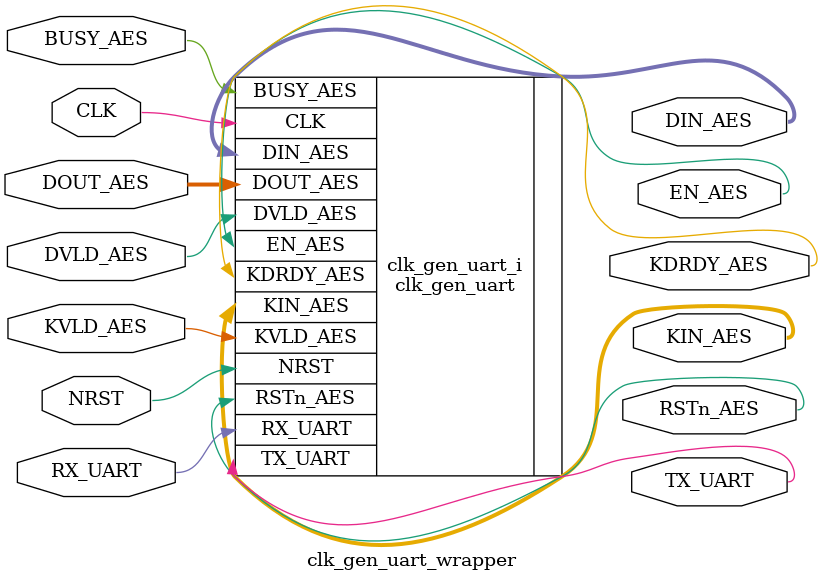
<source format=v>
`timescale 1 ps / 1 ps

module clk_gen_uart_wrapper
   (BUSY_AES,
    CLK,
    DIN_AES,
    DOUT_AES,
    DVLD_AES,
    EN_AES,
    KDRDY_AES,
    KIN_AES,
    KVLD_AES,
    NRST,
    RSTn_AES,
    RX_UART,
    TX_UART);
  input BUSY_AES;
  input CLK;
  output [127:0]DIN_AES;
  input [127:0]DOUT_AES;
  input DVLD_AES;
  output EN_AES;
  output KDRDY_AES;
  output [127:0]KIN_AES;
  input KVLD_AES;
  input NRST;
  output RSTn_AES;
  input RX_UART;
  output TX_UART;

  wire BUSY_AES;
  wire CLK;
  wire [127:0]DIN_AES;
  wire [127:0]DOUT_AES;
  wire DVLD_AES;
  wire EN_AES;
  wire KDRDY_AES;
  wire [127:0]KIN_AES;
  wire KVLD_AES;
  wire NRST;
  wire RSTn_AES;
  wire RX_UART;
  wire TX_UART;

  clk_gen_uart clk_gen_uart_i
       (.BUSY_AES(BUSY_AES),
        .CLK(CLK),
        .DIN_AES(DIN_AES),
        .DOUT_AES(DOUT_AES),
        .DVLD_AES(DVLD_AES),
        .EN_AES(EN_AES),
        .KDRDY_AES(KDRDY_AES),
        .KIN_AES(KIN_AES),
        .KVLD_AES(KVLD_AES),
        .NRST(NRST),
        .RSTn_AES(RSTn_AES),
        .RX_UART(RX_UART),
        .TX_UART(TX_UART));
endmodule

</source>
